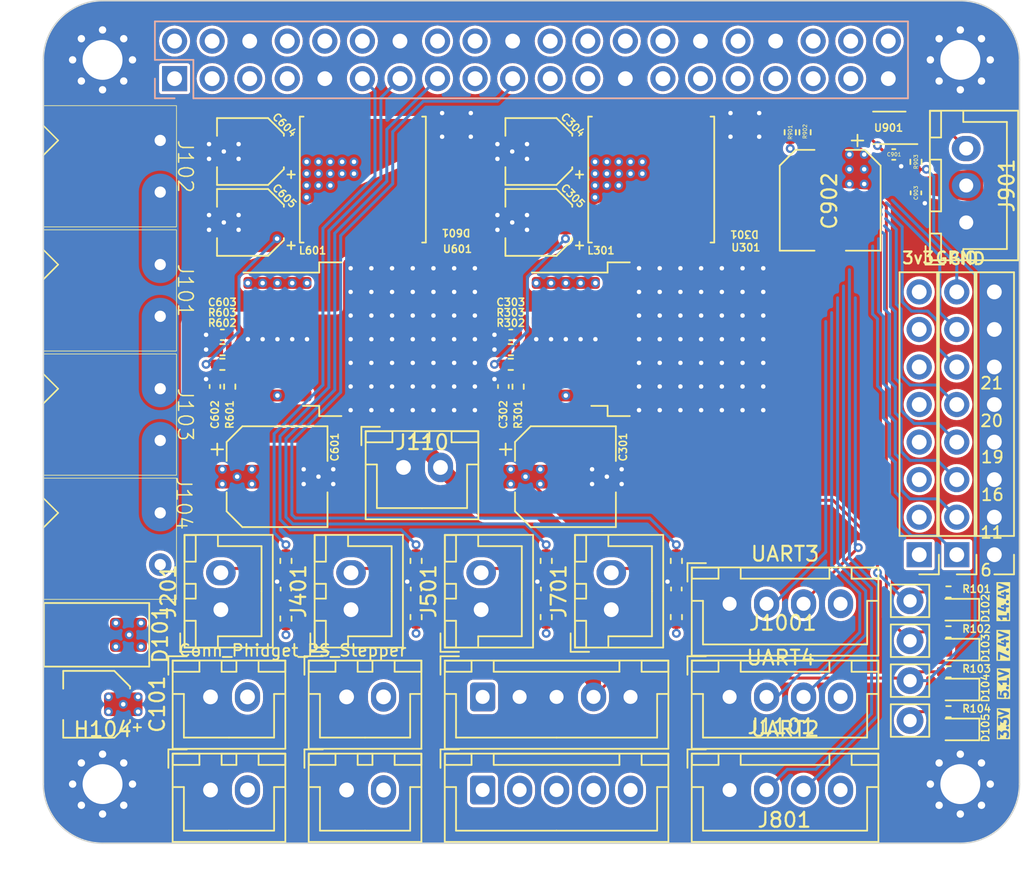
<source format=kicad_pcb>
(kicad_pcb (version 20221018) (generator pcbnew)
  (layers (0 "F.Cu" signal) (1 "In1.Cu" signal "In1.Cu - GND") (2 "In2.Cu" signal "In2.Cu - Power Supply") (31 "B.Cu" signal) (34 "B.Paste" user) (35 "F.Paste" user) (36 "B.SilkS" user "B.Silkscreen") (37 "F.SilkS" user "F.Silkscreen") (38 "B.Mask" user) (39 "F.Mask" user) (44 "Edge.Cuts" user))
  (property "Rbas" "2k8")
  (net 0 "")
  (net 1 "/FDC_2")
  (net 2 "GND")
  (net 3 "/FDC_3")
  (net 4 "/FDC_1")
  (net 5 "/FDC_4")
  (net 6 "+3.3V")
  (net 7 "7.4V")
  (net 8 "/GPIO2")
  (net 9 "/GPIO3")
  (net 10 "/GPIO6")
  (net 11 "/GPIO11")
  (net 12 "/GPIO16")
  (net 13 "/GPIO19")
  (net 14 "/GPIO20")
  (net 15 "/GPIO21")
  (net 16 "5.1V")
  (net 17 "/Uart3_TX")
  (net 18 "/Uart1_TX")
  (net 19 "/Uart1_RX")
  (net 20 "/UartTX_Enable")
  (net 21 "/S0_color_sensor")
  (net 22 "/S1_color_sensor")
  (net 23 "/Uart4_RX")
  (net 24 "/S2_color_sensor")
  (net 25 "/Uart4_TX")
  (net 26 "/S3_color_sensor")
  (net 27 "/Uart2_TX")
  (net 28 "/Uart2_RX")
  (net 29 "/Uart3_RX")
  (net 30 "/Uart5_TX")
  (net 31 "/Uart5_RX")
  (net 32 "/Out_color_sensor")
  (net 33 "14.4V")
  (net 34 "Net-(C302-Pad1)")
  (net 35 "Net-(U301-FB)")
  (net 36 "Net-(C602-Pad1)")
  (net 37 "Net-(U601-FB)")
  (net 38 "/XL_320_connector_and_buffer/DXL_Data")
  (net 39 "Net-(D102-A)")
  (net 40 "Net-(D103-A)")
  (net 41 "Net-(D104-A)")
  (net 42 "Net-(D105-A)")
  (net 43 "/BUCK_7.4V/voutbuck")
  (net 44 "/V_BAT")
  (net 45 "/BUCK_5.1V/voutbuck")
  (net 46 "Net-(J101-Pin_1)")
  (net 47 "Net-(J103-Pin_2)")
  (net 48 "Net-(J201-Pin_2)")
  (net 49 "Net-(J401-Pin_2)")
  (net 50 "Net-(J501-Pin_2)")
  (net 51 "Net-(J701-Pin_2)")
  (net 52 "/BUCK_7.4V/vc")
  (net 53 "/BUCK_5.1V/vc")
  (footprint "Capacitor_SMD:CP_Elec_6.3x7.7" (layer "F.Cu") (at 99.2 59.5 -90)
    (fp_text reference "C902")
    (fp_text value "100u")
  )
  (footprint "Capacitor_SMD:CP_Elec_4x5.4" (layer "F.Cu") (at 79.5 56.2 180)
    (fp_text reference "C304")
    (fp_text value "22u")
  )
  (footprint "custom:DST10100S" (layer "F.Cu") (at 73.93 56.3 90)
    (fp_text reference "D601")
    (fp_text value "D_Schottky")
  )
  (footprint "Resistor_SMD:R_0402_1005Metric" (layer "F.Cu") (at 97.5 54.9 -90)
    (fp_text reference "R902")
    (fp_text value "10k")
  )
  (footprint "custom:DST10100S" (layer "F.Cu") (at 93.43 56.3 90)
    (fp_text reference "D301")
    (fp_text value "D_Schottky")
  )
  (footprint "Package_SO:VSSOP-8_2.3x2mm_P0.5mm" (layer "F.Cu") (at 103.2 54.6 180)
    (fp_text reference "U901")
    (fp_text value "74LVC2G241")
  )
  (footprint "Resistor_SMD:R_0402_1005Metric" (layer "F.Cu") (at 88.8 87.7 90)
    (fp_text reference "R701" hide)
    (fp_text value "100k")
  )
  (footprint "Resistor_SMD:R_0402_1005Metric" (layer "F.Cu") (at 58.11 69.61 180)
    (fp_text reference "R603")
    (fp_text value "2k2")
  )
  (footprint "Resistor_SMD:R_0402_1005Metric" (layer "F.Cu") (at 77.61 69.61 180)
    (fp_text reference "R303")
    (fp_text value "2k2")
  )
  (footprint "MountingHole:MountingHole_2.7mm_M2.5_Pad_Via" (layer "F.Cu") (at 108 50)
    (fp_text reference "H102" hide)
    (fp_text value "MountingHole_Pad" hide)
  )
  (footprint "Connector_JST:JST_XH_B2B-XH-A_1x02_P2.50mm_Vertical" (layer "F.Cu") (at 57.3 99.4)
    (fp_text reference "J107" hide)
    (fp_text value "Conn_Phidget_PS_Stepper_2")
  )
  (footprint "LED_SMD:LED_0603_1608Metric" (layer "F.Cu") (at 107.8 95.3 180)
    (fp_text reference "D105")
    (fp_text value "LED")
  )
  (footprint "Capacitor_SMD:CP_Elec_4x5.4" (layer "F.Cu") (at 49.6 93.6 180)
    (fp_text reference "C101")
    (fp_text value "10u")
  )
  (footprint "Diode_SMD:D_SMB" (layer "F.Cu") (at 49.6 88.9 180)
    (fp_text reference "D101")
    (fp_text value "TVS 20.5V")
  )
  (footprint "Resistor_SMD:R_0402_1005Metric" (layer "F.Cu") (at 88.8 83.9 -90)
    (fp_text reference "R702" hide)
    (fp_text value "1k")
  )
  (footprint "Capacitor_SMD:C_0402_1005Metric" (layer "F.Cu") (at 57.6 72.1 90)
    (fp_text reference "C602")
    (fp_text value "10n")
  )
  (footprint "Connector_JST:JST_XH_B5B-XH-A_1x05_P2.50mm_Vertical" (layer "F.Cu") (at 75.7 93.1)
    (fp_text reference "J114" hide)
    (fp_text value "Conn_01x05")
  )
  (footprint "Connector_PinHeader_2.54mm:PinHeader_1x08_P2.54mm_Vertical" (layer "F.Cu") (at 110.3 83.48 180)
    (fp_text reference "J111" hide)
    (fp_text value "Conn_GND" hide)
  )
  (footprint "Resistor_SMD:R_0402_1005Metric" (layer "F.Cu") (at 62.4 83.9 -90)
    (fp_text reference "R202" hide)
    (fp_text value "1k")
  )
  (footprint "Connector_JST:JST_XH_B2B-XH-A_1x02_P2.50mm_Vertical" (layer "F.Cu") (at 66.5 93.1)
    (fp_text reference "J108" hide)
    (fp_text value "Conn_Phidget_PS_Stepper_3")
  )
  (footprint "Connector_Pin:Pin_D0.9mm_L10.0mm_W2.4mm_FlatFork" (layer "F.Cu") (at 104.6 94.7)
    (fp_text reference "TP104" hide)
    (fp_text value "3V3")
  )
  (footprint "LED_SMD:LED_0603_1608Metric" (layer "F.Cu") (at 107.8 92.6 180)
    (fp_text reference "D104")
    (fp_text value "LED")
  )
  (footprint "custom:691322110002" (layer "F.Cu") (at 53.9 65.6 -90)
    (fp_text reference "J101")
    (fp_text value "Bat 2")
  )
  (footprint "Inductor_SMD:L_Changjiang_FNR8065S" (layer "F.Cu") (at 67.6 58.1 90)
    (fp_text reference "L601")
    (fp_text value "22m")
  )
  (footprint "Resistor_SMD:R_0402_1005Metric" (layer "F.Cu") (at 80 87.7 90)
    (fp_text reference "R501" hide)
    (fp_text value "100k")
  )
  (footprint "Connector_JST:JST_XH_B5B-XH-A_1x05_P2.50mm_Vertical" (layer "F.Cu") (at 75.7 99.4)
    (fp_text reference "J115" hide)
    (fp_text value "Conn_01x05")
  )
  (footprint "Connector_JST:JST_XH_B2B-XH-A_1x02_P2.50mm_Vertical" (layer "F.Cu") (at 70.35 77.575)
    (fp_text reference "J110")
    (fp_text value "Conn_01x02")
  )
  (footprint "Resistor_SMD:R_0402_1005Metric" (layer "F.Cu") (at 71.2 87.7 90)
    (fp_text reference "R401" hide)
    (fp_text value "100k")
  )
  (footprint "Connector_JST:JST_XH_B4B-XH-A_1x04_P2.50mm_Vertical" (layer "F.Cu") (at 92.4 99.4)
    (fp_text reference "J801")
    (fp_text value "Conn_UART")
  )
  (footprint "Capacitor_SMD:C_0402_1005Metric" (layer "F.Cu") (at 77.1 72.1 90)
    (fp_text reference "C302")
    (fp_text value "10n")
  )
  (footprint "Connector_Pin:Pin_D0.9mm_L10.0mm_W2.4mm_FlatFork" (layer "F.Cu") (at 104.6 89.3)
    (fp_text reference "TP103" hide)
    (fp_text value "7.4V")
  )
  (footprint "Resistor_SMD:R_0402_1005Metric" (layer "F.Cu") (at 105 56.9 90)
    (fp_text reference "R903")
    (fp_text value "10k")
  )
  (footprint "Resistor_SMD:R_0402_1005Metric" (layer "F.Cu") (at 62.4 87.8 90)
    (fp_text reference "R201" hide)
    (fp_text value "100k")
  )
  (footprint "custom:691322110002" (layer "F.Cu") (at 53.9 82.4 -90)
    (fp_text reference "J104")
    (fp_text value "Switch")
  )
  (footprint "MountingHole:MountingHole_2.7mm_M2.5_Pad_Via" (layer "F.Cu") (at 50 99)
    (fp_text reference "H104")
    (fp_text value "MountingHole_Pad")
  )
  (footprint "Capacitor_SMD:CP_Elec_4x5.4" (layer "F.Cu") (at 79.5 61 180)
    (fp_text reference "C305")
    (fp_text value "22u")
  )
  (footprint "Capacitor_SMD:C_0402_1005Metric" (layer "F.Cu") (at 77.6 68.6 180)
    (fp_text reference "C303")
    (fp_text value "10n")
  )
  (footprint "Connector_JST:JST_XH_B4B-XH-A_1x04_P2.50mm_Vertical" (layer "F.Cu") (at 92.4 93.1)
    (fp_text reference "J1101")
    (fp_text value "Conn_UART")
  )
  (footprint "Inductor_SMD:L_Changjiang_FNR8065S" (layer "F.Cu") (at 87.1 58.1 90)
    (fp_text reference "L301")
    (fp_text value "22m")
  )
  (footprint "Resistor_SMD:R_0402_1005Metric" (layer "F.Cu") (at 80 83.9 -90)
    (fp_text reference "R502" hide)
    (fp_text value "1k")
  )
  (footprint "Capacitor_SMD:CP_Elec_6.3x7.7" (layer "F.Cu") (at 61.8 78.2)
    (fp_text reference "C601")
    (fp_text value "100u")
  )
  (footprint "Capacitor_SMD:C_0402_1005Metric" (layer "F.Cu") (at 58.1 68.6 180)
    (fp_text reference "C603")
    (fp_text value "10n")
  )
  (footprint "Connector_PinHeader_2.54mm:PinHeader_1x08_P2.54mm_Vertical" (layer "F.Cu") (at 105.22 83.48 180)
    (fp_text reference "J113" hide)
    (fp_text value "Conn_3.3V" hide)
  )
  (footprint "Package_TO_SOT_SMD:TO-263-7_TabPin4" (layer "F.Cu") (at 69.475 68.9)
    (fp_text reference "U601")
    (fp_text value "LT1076CR-PBF")
  )
  (footprint "Connector_JST:JST_XH_B3B-XH-A_1x03_P2.50mm_Vertical" (layer "F.Cu") (at 108.4 61 90)
    (fp_text reference "J901")
    (fp_text value "Conn_XL320")
  )
  (footprint "Resistor_SMD:R_0402_1005Metric" (layer "F.Cu") (at 107.2 91.4)
    (fp_text reference "R103")
    (fp_text value "1k")
  )
  (footprint "Resistor_SMD:R_0402_1005Metric" (layer "F.Cu") (at 77.6 70.6)
    (fp_text reference "R302")
    (fp_text value "2k87")
  )
  (footprint "MountingHole:MountingHole_2.7mm_M2.5_Pad_Via" (layer "F.Cu") (at 108 99)
    (fp_text reference "H103" hide)
    (fp_text value "MountingHole_Pad" hide)
  )
  (footprint "Connector_JST:JST_XH_B4B-XH-A_1x04_P2.50mm_Vertical" (layer "F.Cu") (at 92.4 86.8)
    (fp_text reference "J1001")
    (fp_text value "Conn_UART")
  )
  (footprint "Capacitor_SMD:C_0402_1005Metric" (layer "F.Cu") (at 105 59 -90)
    (fp_text reference "C903")
    (fp_text value "100n")
  )
  (footprint "Resistor_SMD:R_0402_1005Metric" (layer "F.Cu") (at 107.2 88.7)
    (fp_text reference "R102")
    (fp_text value "1k8")
  )
  (footprint "custom:691322110002" (layer "F.Cu") (at 53.9 74 -90)
    (fp_text reference "J103")
    (fp_text value "AU")
  )
  (footprint "custom:691322110002" (layer "F.Cu") (at 53.9 57.2 -90)
    (fp_text reference "J102")
    (fp_text value "Bat 1")
  )
  (footprint "Resistor_SMD:R_0402_1005Metric" (layer "F.Cu") (at 58.1 70.6)
    (fp_text reference "R602")
    (fp_text value "2k87")
  )
  (footprint "Capacitor_SMD:C_0402_1005Metric" (layer "F.Cu") (at 88.8 85.8 90)
    (fp_text reference "C701" hide)
    (fp_text value "100n")
  )
  (footprint "Resistor_SMD:R_0402_1005Metric" (layer "F.Cu") (at 78.1 72.11 -90)
    (fp_text reference "R301")
    (fp_text value "2.7k")
  )
  (footprint "Connector_JST:JST_XH_B2B-XH-A_1x02_P2.50mm_Vertical" (layer "F.Cu") (at 84.4 87.2 90)
    (fp_text reference "J701")
    (fp_text value "Conn_FDC")
  )
  (footprint "Capacitor_SMD:CP_Elec_4x5.4" (layer "F.Cu") (at 60 61 180)
    (fp_text reference "C605")
    (fp_text value "22u")
  )
  (footprint "Capacitor_SMD:CP_Elec_4x5.4" (layer "F.Cu") (at 60 56.2 180)
    (fp_text reference "C604")
    (fp_text value "22u")
  )
  (footprint "Resistor_SMD:R_0402_1005Metric" (layer "F.Cu") (at 58.6 72.11 -90)
    (fp_text reference "R601")
    (fp_text value "2.7k")
  )
  (footprint "Capacitor_SMD:C_0402_1005Metric" (layer "F.Cu") (at 62.4 85.8 90)
    (fp_text reference "C201" hide)
    (fp_text value "100n")
  )
  (footprint "LED_SMD:LED_0603_1608Metric" (layer "F.Cu") (at 107.7875 87.2 180)
    (fp_text reference "D102")
    (fp_text value "LED")
  )
  (footprint "Resistor_SMD:R_0402_1005Metric" (layer "F.Cu") (at 107.2 94.1)
    (fp_text reference "R104")
    (fp_text value "1k")
  )
  (footprint "Capacitor_SMD:C_0402_1005Metric" (layer "F.Cu") (at 71.2 85.8 90)
    (fp_text reference "C401" hide)
    (fp_text value "100n")
  )
  (footprint "Capacitor_SMD:CP_Elec_6.3x7.7" (layer "F.Cu") (at 81.3 78.2)
    (fp_text reference "C301")
    (fp_text value "100u")
  )
  (footprint "Package_TO_SOT_SMD:TO-263-7_TabPin4" (layer "F.Cu") (at 88.975 68.9)
    (fp_text reference "U301")
    (fp_text value "LT1076CR-PBF")
  )
  (footprint "LED_SMD:LED_0603_1608Metric" (layer "F.Cu") (at 107.8 89.9 180)
    (fp_text reference "D103")
    (fp_text value "LED")
  )
  (footprint "Connector_JST:JST_XH_B2B-XH-A_1x02_P2.50mm_Vertical" (layer "F.Cu") (at 75.6 87.2 90)
    (fp_text reference "J501")
    (fp_text value "Conn_FDC")
  )
  (footprint "Connector_Pin:Pin_D0.9mm_L10.0mm_W2.4mm_FlatFork" (layer "F.Cu") (at 104.6 92)
    (fp_text reference "TP102" hide)
    (fp_text value "5.1V")
  )
  (footprint "Capacitor_SMD:C_0402_1005Metric" (layer "F.Cu") (at 80 85.8 90)
    (fp_text reference "C501" hide)
    (fp_text value "100n")
  )
  (footprint "Capacitor_SMD:C_0402_1005Metric" (layer "F.Cu") (at 103.5 56.4)
    (fp_text reference "C901")
    (fp_text value "100n")
  )
  (footprint "Connector_Pin:Pin_D0.9mm_L10.0mm_W2.4mm_FlatFork" (layer "F.Cu") (at 104.6 86.6)
    (fp_text reference "TP101" hide)
    (fp_text value "TestPoint")
  )
  (footprint "Resistor_SMD:R_0402_1005Metric" (layer "F.Cu") (at 107.2 86)
    (fp_text reference "R101")
    (fp_text value "4k7")
  )
  (footprint "Connector_JST:JST_XH_B2B-XH-A_1x02_P2.50mm_Vertical" (layer "F.Cu") (at 58 87.2 90)
    (fp_text reference "J201")
    (fp_text value "Conn_FDC")
  )
  (footprint "Resistor_SMD:R_0402_1005Metric" (layer "F.Cu") (at 96.5 54.9 90)
    (fp_text reference "R901")
    (fp_text value "10k")
  )
  (footprint "Resistor_SMD:R_0402_1005Metric" (layer "F.Cu") (at 71.2 83.9 -90)
    (fp_text reference "R402" hide)
    (fp_text value "1k")
  )
  (footprint "Connector_PinHeader_2.54mm:PinHeader_1x08_P2.54mm_Vertical" (layer "F.Cu") (at 107.76 83.48 180)
    (fp_text reference "J112" hide)
    (fp_text value "Conn_GPIO_unused" hide)
  )
  (footprint "MountingHole:MountingHole_2.7mm_M2.5_Pad_Via" (layer "F.Cu") (at 50 50)
    (fp_text reference "H101" hide)
    (fp_text value "MountingHole_Pad" hide)
  )
  (footprint "Connector_JST:JST_XH_B2B-XH-A_1x02_P2.50mm_Vertical" (layer "F.Cu") (at 66.5 99.4)
    (fp_text reference "J109" hide)
    (fp_text value "Conn_Phidget_PS_Stepper_4")
  )
  (footprint "Connector_JST:JST_XH_B2B-XH-A_1x02_P2.50mm_Vertical" (layer "F.Cu") (at 57.3 93.1)
    (fp_text reference "J106" hide)
    (fp_text value "Conn_Phidget_PS_Stepper_1")
  )
  (footprint "Connector_JST:JST_XH_B2B-XH-A_1x02_P2.50mm_Vertical" (layer "F.Cu") (at 66.8 87.2 90)
    (fp_text reference "J401")
    (fp_text value "Conn_FDC")
  )
  (footprint "Connector_PinSocket_2.54mm:PinSocket_2x20_P2.54mm_Vertical" (layer "B.Cu") (at 54.87 51.27 -90)
    (fp_text reference "J105" hide)
    (fp_text value "Conn_RPI" hide)
  )
  (gr_arc (start 50 103) (mid 47.171573 101.828427) (end 46 99) (stroke (width 0.1)) (layer "Edge.Cuts"))
  (gr_arc (start 112 99) (mid 110.828427 101.828427) (end 108 103) (stroke (width 0.1)) (layer "Edge.Cuts"))
  (gr_line (start 112 50) (end 112 99) (stroke (width 0.1)) (layer "Edge.Cuts"))
  (gr_line (start 46 99) (end 46 50) (stroke (width 0.1)) (layer "Edge.Cuts"))
  (gr_line (start 50 46) (end 108 46) (stroke (width 0.1)) (layer "Edge.Cuts"))
  (gr_arc (start 108 46) (mid 110.828427 47.171573) (end 112 50) (stroke (width 0.1)) (layer "Edge.Cuts"))
  (gr_arc (start 46 50) (mid 47.171573 47.171573) (end 50 46) (stroke (width 0.1)) (layer "Edge.Cuts"))
  (gr_line (start 50 103) (end 108 103) (stroke (width 0.1)) (layer "Edge.Cuts"))
  (gr_text "Conn_Phidget_PS_Stepper" (at 55.075 90.425) (layer "F.SilkS") (effects (font (size 0.8 0.8) (thickness 0.125)) (justify left bottom)))
  (gr_text "6" (at 109.28 84.995) (layer "F.SilkS") (effects (font (size 0.8 0.8) (thickness 0.125)) (justify left bottom)))
  (gr_text "19" (at 109.33 77.345) (layer "F.SilkS") (effects (font (size 0.8 0.8) (thickness 0.125)) (justify left bottom)))
  (gr_text "7.4V" (at 111.3 90.7 90) (layer "F.SilkS" knockout) (effects (font (size 0.6 0.6) (thickness 0.15) bold) (justify left bottom)))
  (gr_text "20" (at 109.28 74.895) (layer "F.SilkS") (effects (font (size 0.8 0.8) (thickness 0.125)) (justify left bottom)))
  (gr_text "21" (at 109.28 72.345) (layer "F.SilkS") (effects (font (size 0.8 0.8) (thickness 0.125)) (justify left bottom)))
  (gr_text "3.3V" (at 111.3 96 90) (layer "F.SilkS" knockout) (effects (font (size 0.6 0.6) (thickness 0.15) bold) (justify left bottom)))
  (gr_text "11" (at 109.28 82.445) (layer "F.SilkS") (effects (font (size 0.8 0.8) (thickness 0.125)) (justify left bottom)))
  (gr_text "14.4V" (at 111.3 88.04 90) (layer "F.SilkS" knockout) (effects (font (size 0.6 0.6) (thickness 0.15) bold) (justify left bottom)))
  (gr_text "16" (at 109.33 79.895) (layer "F.SilkS") (effects (font (size 0.8 0.8) (thickness 0.125)) (justify left bottom)))
  (gr_text "5.1V" (at 111.3 93.3 90) (layer "F.SilkS" knockout) (effects (font (size 0.6 0.6) (thickness 0.15) bold) (justify left bottom)))
  (segment (start 71.9 85.7) (end 71.9 84.09) (width 0.2) (layer "F.Cu") (net 1))
  (segment (start 71.2 83.39) (end 71.2 82.8) (width 0.2) (layer "F.Cu") (net 1))
  (segment (start 71.2 86.28) (end 71.2 87.19) (width 0.2) (layer "F.Cu") (net 1))
  (segment (start 71.2 86.28) (end 71.32 86.28) (width 0.2) (layer "F.Cu") (net 1))
  (segment (start 71.32 86.28) (end 71.9 85.7) (width 0.2) (layer "F.Cu") (net 1))
  (segment (start 71.9 84.09) (end 71.2 83.39) (width 0.2) (layer "F.Cu") (net 1))
  (via (at 71.2 82.8) (size 0.6) (drill 0.3) (layers "F.Cu" "B.Cu") (net 1))
  (segment (start 62.7 81.8) (end 62 81.1) (width 0.2) (layer "B.Cu") (net 1))
  (segment (start 65.3 72.165685) (end 65.3 61.565686) (width 0.2) (layer "B.Cu") (net 1))
  (segment (start 70.2 81.8) (end 62.7 81.8) (width 0.2) (layer "B.Cu") (net 1))
  (segment (start 65.3 61.565686) (end 68.82 58.045686) (width 0.2) (layer "B.Cu") (net 1))
  (segment (start 62 81.1) (end 62 75.465686) (width 0.2) (layer "B.Cu") (net 1))
  (segment (start 68.82 52.56) (end 70.11 51.27) (width 0.2) (layer "B.Cu") (net 1))
  (segment (start 71.2 82.8) (end 70.2 81.8) (width 0.2) (layer "B.Cu") (net 1))
  (segment (start 68.82 58.045686) (end 68.82 52.56) (width 0.2) (layer "B.Cu") (net 1))
  (segment (start 62 75.465686) (end 65.3 72.165685) (width 0.2) (layer "B.Cu") (net 1))
  (segment (start 103.98 56.4) (end 103.98 57.18) (width 0.2) (layer "F.Cu") (net 2))
  (segment (start 77.1 71.62) (end 76.52 71.62) (width 0.2) (layer "F.Cu") (net 2))
  (segment (start 79.98 85.3) (end 80 85.32) (width 0.2) (layer "F.Cu") (net 2))
  (segment (start 71.18 85.3) (end 71.2 85.32) (width 0.2) (layer "F.Cu") (net 2))
  (segment (start 57.6 71.62) (end 57.02 71.62) (width 0.2) (layer "F.Cu") (net 2))
  (segment (start 70.6 85.3) (end 71.18 85.3) (width 0.2) (layer "F.Cu") (net 2))
  (segment (start 76.52 71.62) (end 76.5 71.6) (width 0.2) (layer "F.Cu") (net 2))
  (segment (start 57.01 69.61) (end 57 69.6) (width 0.2) (layer "F.Cu") (net 2))
  (segment (start 77.1 69.61) (end 76.51 69.61) (width 0.2) (layer "F.Cu") (net 2))
  (segment (start 76.51 69.61) (end 76.5 69.6) (width 0.2) (layer "F.Cu") (net 2))
  (segment (start 77.12 68.6) (end 76.5 68.6) (width 0.2) (layer "F.Cu") (net 2))
  (segment (start 62.38 85.3) (end 62.4 85.32) (width 0.2) (layer "F.Cu") (net 2))
  (segment (start 105.38 59.48) (end 105.6 59.7) (width 0.2) (layer "F.Cu") (net 2))
  (segment (start 57.62 68.6) (end 57 68.6) (width 0.2) (layer "F.Cu") (net 2))
  (segment (start 57.02 71.62) (end 57 71.6) (width 0.2) (layer "F.Cu") (net 2))
  (segment (start 88.78 85.3) (end 88.8 85.32) (width 0.2) (layer "F.Cu") (net 2))
  (segment (start 57.6 69.61) (end 57.01 69.61) (width 0.2) (layer "F.Cu") (net 2))
  (segment (start 79.4 85.3) (end 79.98 85.3) (width 0.2) (layer "F.Cu") (net 2))
  (segment (start 105 59.48) (end 105.38 59.48) (width 0.2) (layer "F.Cu") (net 2))
  (segment (start 61.8 85.3) (end 62.38 85.3) (width 0.2) (layer "F.Cu") (net 2))
  (segment (start 103.98 57.18) (end 104 57.2) (width 0.2) (layer "F.Cu") (net 2))
  (segment (start 88.2 85.3) (end 88.78 85.3) (width 0.2) (layer "F.Cu") (net 2))
  (via (at 63.825 68.9) (size 0.6) (drill 0.3) (layers "F.Cu" "B.Cu") (net 2))
  (via (at 90.475 64.1) (size 0.6) (drill 0.3) (layers "F.Cu" "B.Cu") (net 2))
  (via (at 88.2 85.3) (size 0.6) (drill 0.3) (layers "F.Cu" "B.Cu") (net 2))
  (via (at 78.7 60.5) (size 0.6) (drill 0.3) (layers "F.Cu" "B.Cu") (net 2))
  (via (at 91.875 73.7) (size 0.6) (drill 0.3) (layers "F.Cu" "B.Cu") (net 2))
  (via (at 94.675 72.1) (size 0.6) (drill 0.3) (layers "F.Cu" "B.Cu") (net 2))
  (via (at 68.175 64.1) (size 0.6) (drill 0.3) (layers "F.Cu" "B.Cu") (net 2))
  (via (at 94.675 64.1) (size 0.6) (drill 0.3) (layers "F.Cu" "B.Cu") (net 2))
  (via (at 62.825 68.9) (size 0.6) (drill 0.3) (layers "F.Cu" "B.Cu") (net 2))
  (via (at 93.275 65.7) (size 0.6) (drill 0.3) (layers "F.Cu" "B.Cu") (net 2))
  (via (at 73.775 73.7) (size 0.6) (drill 0.3) (layers "F.Cu" "B.Cu") (net 2))
  (via (at 69.575 68.9) (size 0.6) (drill 0.3) (layers "F.Cu" "B.Cu") (net 2))
  (via (at 90.475 73.7) (size 0.6) (drill 0.3) (layers "F.Cu" "B.Cu") (net 2))
  (via (at 68.175 65.7) (size 0.6) (drill 0.3) (layers "F.Cu" "B.Cu") (net 2))
  (via (at 70.975 70.5) (size 0.6) (drill 0.3) (layers "F.Cu" "B.Cu") (net 2))
  (via (at 78.7 56.7) (size 0.6) (drill 0.3) (layers "F.Cu" "B.Cu") (net 2))
  (via (at 59.2 60.5) (size 0.6) (drill 0.3) (layers "F.Cu" "B.Cu") (net 2))
  (via (at 70.975 67.3) (size 0.6) (drill 0.3) (layers "F.Cu" "B.Cu") (net 2))
  (via (at 76.5 69.6) (size 0.6) (drill 0.3) (layers "F.Cu" "B.Cu") (net 2))
  (via (at 75.175 73.7) (size 0.6) (drill 0.3) (layers "F.Cu" "B.Cu") (net 2))
  (via (at 76.7 55.7) (size 0.6) (drill 0.3) (layers "F.Cu" "B.Cu") (net 2))
  (via (at 66.775 68.9) (size 0.6) (drill 0.3) (layers "F.Cu" "B.Cu") (net 2))
  (via (at 69.575 70.5) (size 0.6) (drill 0.3) (layers "F.Cu" "B.Cu") (net 2))
  (via (at 66.775 64.1) (size 0.6) (drill 0.3) (layers "F.Cu" "B.Cu") (net 2))
  (via (at 85.1 78.7) (size 0.6) (drill 0.3) (layers "F.Cu" "B.Cu") (net 2))
  (via (at 59.2 61.5) (size 0.6) (drill 0.3) (layers "F.Cu" "B.Cu") (net 2))
  (via (at 74.9 55.2) (size 0.6) (drill 0.3) (layers "F.Cu" "B.Cu") (net 2))
  (via (at 83.325 68.9) (size 0.6) (drill 0.3) (layers "F.Cu" "B.Cu") (net 2))
  (via (at 58.2 56.2) (size 0.6) (drill 0.3) (layers "F.Cu" "B.Cu") (net 2))
  (via (at 73.775 68.9) (size 0.6) (drill 0.3) (layers "F.Cu" "B.Cu") (net 2))
  (via (at 87.675 65.7) (size 0.6) (drill 0.3) (layers "F.Cu" "B.Cu") (net 2))
  (via (at 87.675 64.1) (size 0.6) (drill 0.3) (layers "F.Cu" "B.Cu") (net 2))
  (via (at 70.6 85.3) (size 0.6) (drill 0.3) (layers "F.Cu" "B.Cu") (net 2))
  (via (at 74.9 53.6) (size 0.6) (drill 0.3) (layers "F.Cu" "B.Cu") (net 2))
  (via (at 59.2 56.7) (size 0.6) (drill 0.3) (layers "F.Cu" "B.Cu") (net 2))
  (via (at 70.975 68.9) (size 0.6) (drill 0.3) (layers "F.Cu" "B.Cu") (net 2))
  (via (at 105.6 59.7) (size 0.6) (drill 0.3) (layers "F.Cu" "B.Cu") (net 2))
  (via (at 83.1 78.7) (size 0.6) (drill 0.3) (layers "F.Cu" "B.Cu") (net 2))
  (via (at 90.475 67.3) (size 0.6) (drill 0.3) (layers "F.Cu" "B.Cu") (net 2))
  (via (at 91.875 64.1) (size 0.6) (drill 0.3) (layers "F.Cu" "B.Cu") (net 2))
  (via (at 94.675 68.9) (size 0.6) (drill 0.3) (layers "F.Cu" "B.Cu") (net 2))
  (via (at 80.325 68.9) (size 0.6) (drill 0.3) (layers "F.Cu" "B.Cu") (net 2))
  (via (at 75.175 67.3) (size 0.6) (drill 0.3) (layers "F.Cu" "B.Cu") (net 2))
  (via (at 68.175 67.3) (size 0.6) (drill 0.3) (layers "F.Cu" "B.Cu") (net 2))
  (via (at 72.375 67.3) (size 0.6) (drill 0.3) (layers "F.Cu" "B.Cu") (net 2))
  (via (at 75.175 68.9) (size 0.6) (drill 0.3) (layers "F.Cu" "B.Cu") (net 2))
  (via (at 70.975 64.1) (size 0.6) (drill 0.3) (layers "F.Cu" "B.Cu") (net 2))
  (via (at 91.875 68.9) (size 0.6) (drill 0.3) (layers "F.Cu" "B.Cu") (net 2))
  (via (at 89.075 72.1) (size 0.6) (drill 0.3) (layers "F.Cu" "B.Cu") (net 2))
  (via (at 87.675 68.9) (size 0.6) (drill 0.3) (layers "F.Cu" "B.Cu") (net 2))
  (via (at 94.675 65.7) (size 0.6) (drill 0.3) (layers "F.Cu" "B.Cu") (net 2))
  (via (at 72.375 73.7) (size 0.6) (drill 0.3) (layers "F.Cu" "B.Cu") (net 2))
  (via (at 75.175 65.7) (size 0.6) (drill 0.3) (layers "F.Cu" "B.Cu") (net 2))
  (via (at 87.675 72.1) (size 0.6) (drill 0.3) (layers "F.Cu" "B.Cu") (net 2))
  (via (at 75.175 64.1) (size 0.6) (drill 0.3) (layers "F.Cu" "B.Cu") (net 2))
  (via (at 76.5 68.6) (size 0.6) (drill 0.3) (layers "F.Cu" "B.Cu") (net 2))
  (via (at 93.275 70.5) (size 0.6) (drill 0.3) (layers "F.Cu" "B.Cu") (net 2))
  (via (at 57.2 55.7) (size 0.6) (drill 0.3) (layers "F.Cu" "B.Cu") (net 2))
  (via (at 87.675 70.5) (size 0.6) (drill 0.3) (layers "F.Cu" "B.Cu") (net 2))
  (via (at 86.275 67.3) (size 0.6) (drill 0.3) (layers "F.Cu" "B.Cu") (net 2))
  (via (at 76.7 56.7) (size 0.6) (drill 0.3) (layers "F.Cu" "B.Cu") (net 2))
  (via (at 73.775 64.1) (size 0.6) (drill 0.3) (layers "F.Cu" "B.Cu") (net 2))
  (via (at 72.375 68.9) (size 0.6) (drill 0.3) (layers "F.Cu" "B.Cu") (net 2))
  (via (at 57.2 61.5) (size 0.6) (drill 0.3) (layers "F.Cu" "B.Cu") (net 2))
  (via (at 87.675 67.3) (size 0.6) (drill 0.3) (layers "F.Cu" "B.Cu") (net 2))
  (via (at 66.775 72.1) (size 0.6) (drill 0.3) (layers "F.Cu" "B.Cu") (net 2))
  (via (at 89.075 73.7) (size 0.6) (drill 0.3) (layers "F.Cu" "B.Cu") (net 2))
  (via (at 94.675 67.3) (size 0.6) (drill 0.3) (layers "F.Cu" "B.Cu") (net 2))
  (via (at 69.575 72.1) (size 0.6) (drill 0.3) (layers "F.Cu" "B.Cu") (net 2))
  (via (at 91.875 65.7) (size 0.6) (drill 0.3) (layers "F.Cu" "B.Cu") (net 2))
  (via (at 65.6 78.7) (size 0.6) (drill 0.3) (layers "F.Cu" "B.Cu") (net 2))
  (via (at 70.975 72.1) (size 0.6) (drill 0.3) (layers "F.Cu" "B.Cu") (net 2))
  (via (at 93.275 72.1) (size 0.6) (drill 0.3) (layers "F.Cu" "B.Cu") (net 2))
  (via (at 94.4 55.2) (size 0.6) (drill 0.3) (layers "F.Cu" "B.Cu") (net 2))
  (via (at 72.96 53.6) (size 0.6) (drill 0.3) (layers "F.Cu" "B.Cu") (net 2))
  (via (at 93.275 73.7) (size 0.6) (drill 0.3) (layers "F.Cu" "B.Cu") (net 2))
  (via (at 85.1 77.7) (size 0.6) (drill 0.3) (layers "F.Cu" "B.Cu") (net 2))
  (via (at 57 69.6) (size 0.6) (drill 0.3) (layers "F.Cu" "B.Cu") (net 2))
  (via (at 90.475 72.1) (size 0.6) (drill 0.3) (layers "F.Cu" "B.Cu") (net 2))
  (via (at 90.475 70.5) (size 0.6) (drill 0.3) (layers "F.Cu" "B.Cu") (net 2))
  (via (at 89.075 70.5) (size 0.6) (drill 0.3) (layers "F.Cu" "B.Cu") (net 2))
  (via (at 94.4 53.6) (size 0.6) (drill 0.3) (layers "F.Cu" "B.Cu") (net 2))
  (via (at 91.875 72.1) (size 0.6) (drill 0.3) (layers "F.Cu" "B.Cu") (net 2))
  (via (at 68.175 68.9) (size 0.6) (drill 0.3) (layers "F.Cu" "B.Cu") (net 2))
  (via (at 76.5 71.6) (size 0.6) (drill 0.3) (layers "F.Cu" "B.Cu") (net 2))
  (via (at 90.475 68.9) (size 0.6) (drill 0.3) (layers "F.Cu" "B.Cu") (net 2))
  (via (at 69.575 73.7) (size 0.6) (drill 0.3) (layers "F.Cu" "B.Cu") (net 2))
  (via (at 75.175 70.5) (size 0.6) (drill 0.3) (layers "F.Cu" "B.Cu") (net 2))
  (via (at 86.275 65.7) (size 0.6) (drill 0.3) (layers "F.Cu" "B.Cu") (net 2))
  (via (at 69.575 65.7) (size 0.6) (drill 0.3) (layers "F.Cu" "B.Cu") (net 2))
  (via (at 59.825 68.9) (size 0.6) (drill 0.3) (layers "F.Cu" "B.Cu") (net 2))
  (via (at 72.96 55.2) (size 0.6) (drill 0.3) (layers "F.Cu" "B.Cu") (net 2))
  (via (at 73.775 70.5) (size 0.6) (drill 0.3) (layers "F.Cu" "B.Cu") (net 2))
  (via (at 83.1 77.7) (size 0.6) (drill 0.3) (layers "F.Cu" "B.Cu") (net 2))
  (via (at 69.575 67.3) (size 0.6) (drill 0.3) (layers "F.Cu" "B.Cu") (net 2))
  (via (at 68.175 73.7) (size 0.6) (drill 0.3) (layers "F.Cu" "B.Cu") (net 2))
  (via (at 73.775 72.1) (size 0.6) (drill 0.3) (layers "F.Cu" "B.Cu") (net 2))
  (via (at 63.6 77.7) (size 0.6) (drill 0.3) (layers "F.Cu" "B.Cu") (net 2))
  (via (at 78.7 61.5) (size 0.6) (drill 0.3) (layers "F.Cu" "B.Cu") (net 2))
  (via (at 66.775 65.7) (size 0.6) (drill 0.3) (layers "F.Cu" "B.Cu") (net 2))
  (via (at 86.275 64.1) (size 0.6) (drill 0.3) (layers "F.Cu" "B.Cu") (net 2))
  (via (at 94.675 70.5) (size 0.6) (drill 0.3) (layers "F.Cu" "B.Cu") (net 2))
  (via (at 66.775 67.3) (size 0.6) (drill 0.3) (layers "F.Cu" "B.Cu") (net 2))
  (via (at 79.325 68.9) (size 0.6) (drill 0.3) (layers "F.Cu" "B.Cu") (net 2))
  (via (at 60.825 68.9) (size 0.6) (drill 0.3) (layers "F.Cu" "B.Cu") (net 2))
  (via (at 72.375 65.7) (size 0.6) (drill 0.3) (layers "F.Cu" "B.Cu") (net 2))
  (via (at 77.7 61) (size 0.6) (drill 0.3) (layers "F.Cu" "B.Cu") (net 2))
  (via (at 104 57.2) (size 0.6) (drill 0.3) (layers "F.Cu" "B.Cu") (net 2))
  (via (at 64.6 78.2) (size 0.6) (drill 0.3) (layers "F.Cu" "B.Cu") (net 2))
  (via (at 78.7 55.7) (size 0.6) (drill 0.3) (layers "F.Cu" "B.Cu") (net 2))
  (via (at 93.275 67.3) (size 0.6) (drill 0.3) (layers "F.Cu" "B.Cu") (net 2))
  (via (at 63.6 78.7) (size 0.6) (drill 0.3) (layers "F.Cu" "B.Cu") (net 2))
  (via (at 70.975 73.7) (size 0.6) (drill 0.3) (layers "F.Cu" "B.Cu") (net 2))
  (via (at 94.675 73.7) (size 0.6) (drill 0.3) (layers "F.Cu" "B.Cu") (net 2))
  (via (at 89.075 64.1) (size 0.6) (drill 0.3) (layers "F.Cu" "B.Cu") (net 2))
  (via (at 57.2 56.7) (size 0.6) (drill 0.3) (layers "F.Cu" "B.Cu") (net 2))
  (via (at 70.975 65.7) (size 0.6) (drill 0.3) (layers "F.Cu" "B.Cu") (net 2))
  (via (at 57 68.6) (size 0.6) (drill 0.3) (layers "F.Cu" "B.Cu") (net 2))
  (via (at 73.775 65.7) (size 0.6) (drill 0.3) (layers "F.Cu" "B.Cu") (net 2))
  (via (at 93.275 68.9) (size 0.6) (drill 0.3) (layers "F.Cu" "B.Cu") (net 2))
  (via (at 81.325 68.9) (size 0.6) (drill 0.3) (layers "F.Cu" "B.Cu") (net 2))
  (via (at 91.875 70.5) (size 0.6) (drill 0.3) (layers "F.Cu" "B.Cu") (net 2))
  (via (at 72.375 70.5) (size 0.6) (drill 0.3) (layers "F.Cu" "B.Cu") (net 2))
  (via (at 79.4 85.3) (size 0.6) (drill 0.3) (layers "F.Cu" "B.Cu") (net 2))
  (via (at 93.275 64.1) (size 0.6) (drill 0.3) (layers "F.Cu" "B.Cu") (net 2))
  (via (at 72.375 64.1) (size 0.6) (drill 0.3) (layers "F.Cu" "B.Cu") (net 2))
  (via (at 86.275 70.5) (size 0.6) (drill 0.3) (layers "F.Cu" "B.Cu") (net 2))
  (via (at 66.775 70.5) (size 0.6) (drill 0.3) (layers "F.Cu" "B.Cu") (net 2))
  (via (at 76.7 60.5) (size 0.6) (drill 0.3) (layers "F.Cu" "B.Cu") (net 2))
  (via (at 66.775 73.7) (size 0.6) (drill 0.3) (layers "F.Cu" "B.Cu") (net 2))
  (via (at 89.075 67.3) (size 0.6) (drill 0.3) (layers "F.Cu" "B.Cu") (net 2))
  (via (at 87.675 73.7) (size 0.6) (drill 0.3) (layers "F.Cu" "B.Cu") (net 2))
  (via (at 82.325 68.9) (size 0.6) (drill 0.3) (layers "F.Cu" "B.Cu") (net 2))
  (via (at 91.875 67.3) (size 0.6) (drill 0.3) (layers "F.Cu" "B.Cu") (net 2))
  (via (at 76.7 61.5) (size 0.6) (drill 0.3) (layers "F.Cu" "B.Cu") (net 2))
  (via (at 92.46 53.6) (size 0.6) (drill 0.3) (layers "F.Cu" "B.Cu") (net 2))
  (via (at 72.375 72.1) (size 0.6) (drill 0.3) (layers "F.Cu" "B.Cu") (net 2))
  (via (at 58.2 61) (size 0.6) (drill 0.3) (layers "F.Cu" "B.Cu") (net 2))
  (via (at 90.475 65.7) (size 0.6) (drill 0.3) (layers "F.Cu" "B.Cu") (net 2))
  (via (at 57.2 60.5) (size 0.6) (drill 0.3) (layers "F.Cu" "B.Cu") (net 2))
  (via (at 69.575 64.1) (size 0.6) (drill 0.3) (layers "F.Cu" "B.Cu") (net 2))
  (via (at 59.2 55.7) (size 0.6) (drill 0.3) (layers "F.Cu" "B.Cu") (net 2))
  (via (at 68.175 72.1) (size 0.6) (drill 0.3) (layers "F.Cu" "B.Cu") (net 2))
  (via (at 61.825 68.9) (size 0.6) (drill 0.3) (layers "F.Cu" "B.Cu") (net 2))
  (via (at 86.275 73.7) (size 0.6) (drill 0.3) (layers "F.Cu" "B.Cu") (net 2))
  (via (at 84.1 78.2) (size 0.6) (drill 0.3) (layers "F.Cu" "B.Cu") (net 2))
  (via (at 86.275 68.9) (size 0.6) (drill 0.3) (layers "F.Cu" "B.Cu") (net 2))
  (via (at 89.075 68.9) (size 0.6) (drill 0.3) (layers "F.Cu" "B.Cu") (net 2))
  (via (at 57 71.6) (size 0.6) (drill 0.3) (layers "F.Cu" "B.Cu") (net 2))
  (via (at 68.175 70.5) (size 0.6) (drill 0.3) (layers "F.Cu" "B.Cu") (net 2))
  (via (at 89.075 65.7) (size 0.6) (drill 0.3) (layers "F.Cu" "B.Cu") (net 2))
  (via (at 73.775 67.3) (size 0.6) (drill 0.3) (layers "F.Cu" "B.Cu") (net 2))
  (via (at 75.175 72.1) (size 0.6) (drill 0.3) (layers "F.Cu" "B.Cu") (net 2))
  (via (at 86.275 72.1) (size 0.6) (drill 0.3) (layers "F.Cu" "B.Cu") (net 2))
  (via (at 65.6 77.7) (size 0.6) (drill 0.3) (layers "F.Cu" "B.Cu") (net 2))
  (via (at 77.7 56.2) (size 0.6) (drill 0.3) (layers "F.Cu" "B.Cu") (net 2))
  (via (at 61.8 85.3) (size 0.6) (drill 0.3) (layers "F.Cu" "B.Cu") (net 2))
  (via (at 92.46 55.2) (size 0.6) (drill 0.3) (layers "F.Cu" "B.Cu") (net 2))
  (segment (start 80.7 84.09) (end 80 83.39) (width 0.2) (layer "F.Cu") (net 3))
  (segment (start 80.12 86.28) (end 80.7 85.7) (width 0.2) (layer "F.Cu") (net 3))
  (segment (start 80 83.39) (end 80 82.8) (width 0.2) (layer "F.Cu") (net 3))
  (segment (start 80.7 85.7) (end 80.7 84.09) (width 0.2) (layer "F.Cu") (net 3))
  (segment (start 80 86.28) (end 80 87.19) (width 0.2) (layer "F.Cu") (net 3))
  (segment (start 80 86.28) (end 80.12 86.28) (width 0.2) (layer "F.Cu") (net 3))
  (via (at 80 82.8) (size 0.6) (drill 0.3) (layers "F.Cu" "B.Cu") (net 3))
  (segment (start 65.7 72.331371) (end 62.4 75.631372) (width 0.2) (layer "B.Cu") (net 3))
  (segment (start 62.865686 81.4) (end 78.6 81.4) (width 0.2) (layer "B.Cu") (net 3))
  (segment (start 69.22 54.7) (end 69.22 58.211372) (width 0.2) (layer "B.Cu") (net 3))
  (segment (start 69.22 58.211372) (end 65.7 61.731372) (width 0.2) (layer "B.Cu") (net 3))
  (segment (start 62.4 80.934314) (end 62.865686 81.4) (width 0.2) (layer "B.Cu") (net 3))
  (segment (start 72.65 51.27) (end 69.22 54.7) (width 0.2) (layer "B.Cu") (net 3))
  (segment (start 78.6 81.4) (end 80 82.8) (width 0.2) (layer "B.Cu") (net 3))
  (segment (start 65.7 61.731372) (end 65.7 72.331371) (width 0.2) (layer "B.Cu") (net 3))
  (segment (start 62.4 75.631372) (end 62.4 80.934314) (width 0.2) (layer "B.Cu") (net 3))
  (segment (start 62.4 86.28) (end 62.4 87.29) (width 0.2) (layer "F.Cu") (net 4))
  (segment (start 63.1 85.7) (end 63.1 84.09) (width 0.2) (layer "F.Cu") (net 4))
  (segment (start 62.52 86.28) (end 63.1 85.7) (width 0.2) (layer "F.Cu") (net 4))
  (segment (start 62.4 83.39) (end 62.4 82.8) (width 0.2) (layer "F.Cu") (net 4))
  (segment (start 63.1 84.09) (end 62.4 83.39) (width 0.2) (layer "F.Cu") (net 4))
  (segment (start 62.4 86.28) (end 62.52 86.28) (width 0.2) (layer "F.Cu") (net 4))
  (via (at 62.4 82.8) (size 0.6) (drill 0.3) (layers "F.Cu" "B.Cu") (net 4))
  (segment (start 68.42 52.12) (end 67.57 51.27) (width 0.2) (layer "B.Cu") (net 4))
  (segment (start 68.42 57.88) (end 68.42 52.12) (width 0.2) (layer "B.Cu") (net 4))
  (segment (start 64.9 61.4) (end 68.42 57.88) (width 0.2) (layer "B.Cu") (net 4))
  (segment (start 61.6 75.3) (end 64.9 72) (width 0.2) (layer "B.Cu") (net 4))
  (segment (start 61.6 82) (end 61.6 75.3) (width 0.2) (layer "B.Cu") (net 4))
  (segment (start 62.4 82.8) (end 61.6 82) (width 0.2) (layer "B.Cu") (net 4))
  (segment (start 64.9 72) (end 64.9 61.4) (width 0.2) (layer "B.Cu") (net 4))
  (segment (start 89.5 84.09) (end 88.8 83.39) (width 0.2) (layer "F.Cu") (net 5))
  (segment (start 88.8 86.28) (end 88.8 87.19) (width 0.2) (layer "F.Cu") (net 5))
  (segment (start 88.8 83.39) (end 88.8 82.8) (width 0.2) (layer "F.Cu") (net 5))
  (segment (start 88.8 86.28) (end 88.92 86.28) (width 0.2) (layer "F.Cu") (net 5))
  (segment (start 88.92 86.28) (end 89.5 85.7) (width 0.2) (layer "F.Cu") (net 5))
  (segment (start 89.5 85.7) (end 89.5 84.09) (width 0.2) (layer "F.Cu") (net 5))
  (via (at 88.8 82.8) (size 0.6) (drill 0.3) (layers "F.Cu" "B.Cu") (net 5))
  (segment (start 76.7 52.8) (end 77.73 51.77) (width 0.2) (layer "B.Cu") (net 5))
  (segment (start 63.031372 81) (end 62.8 80.768628) (width 0.2) (layer "B.Cu") (net 5))
  (segment (start 69.62 58.377058) (end 69.62 54.865686) (width 0.2) (layer "B.Cu") (net 5))
  (segment (start 62.8 75.797058) (end 63.698529 74.898529) (width 0.2) (layer "B.Cu") (net 5))
  (segment (start 87 81) (end 78.2 81) (width 0.2) (layer "B.Cu") (net 5))
  (segment (start 62.8 80.768628) (end 62.8 78.9) (width 0.2) (layer "B.Cu") (net 5))
  (segment (start 65.348529 73.248528) (end 66.1 72.497056) (width 0.2) (layer "B.Cu") (net 5))
  (segment (start 88.8 82.8) (end 87 81) (width 0.2) (layer "B.Cu") (net 5))
  (segment (start 66.1 72.497056) (end 66.1 61.897058) (width 0.2) (layer "B.Cu") (net 5))
  (segment (start 77.73 51.77) (end 77.73 51.27) (width 0.2) (layer "B.Cu") (net 5))
  (segment (start 63.1 81) (end 63.031372 81) (width 0.2) (layer "B.Cu") (net 5))
  (segment (start 78.2 81) (end 63.4 81) (width 0.2) (layer "B.Cu") (net 5))
  (segment (start 65.348529 73.248528) (end 65.398529 73.198528) (width 0.2) (layer "B.Cu") (net 5))
  (segment (start 62.8 78.9) (end 62.8 75.797058) (width 0.2) (layer "B.Cu") (net 5))
  (segment (start 71.685686 52.8) (end 76.7 52.8) (width 0.2) (layer "B.Cu") (net 5))
  (segment (start 66.1 61.897058) (end 69.62 58.377058) (width 0.2) (layer "B.Cu") (net 5))
  (segment (start 63.698529 74.898529) (end 65.348529 73.248528) (width 0.2) (layer "B.Cu") (net 5))
  (segment (start 69.62 54.865686) (end 71.685686 52.8) (width 0.2) (layer "B.Cu") (net 5))
  (segment (start 63.4 81) (end 63.1 81) (width 0.2) (layer "B.Cu") (net 5))
  (segment (start 105.2 94.1) (end 104.6 94.7) (width 0.2) (layer "F.Cu") (net 6))
  (segment (start 71.2 88.21) (end 71.2 88.8) (width 0.2) (layer "F.Cu") (net 6))
  (segment (start 102.4 55.78) (end 102.4 55.8) (width 0.2) (layer "F.Cu") (net 6))
  (segment (start 88.8 88.21) (end 88.8 88.8) (width 0.2) (layer "F.Cu") (net 6))
  (segment (start 62.4 88.31) (end 62.4 88.9) (width 0.2) (layer "F.Cu") (net 6))
  (segment (start 101.97 55.35) (end 102.4 55.78) (width 0.2) (layer "F.Cu") (net 6))
  (segment (start 96.5 55.41) (end 96.5 56) (width 0.2) (layer "F.Cu") (net 6))
  (segment (start 102.4 55.8) (end 102.42 55.8) (width 0.2) (layer "F.Cu") (net 6))
  (segment (start 101.65 55.35) (end 101.97 55.35) (width 0.2) (layer "F.Cu") (net 6))
  (segment (start 106.69 94.1) (end 105.2 94.1) (width 0.2) (layer "F.Cu") (net 6))
  (segment (start 80 88.21) (end 80 88.8) (width 0.2) (layer "F.Cu") (net 6))
  (segment (start 102.42 55.8) (end 103.02 56.4) (width 0.2) (layer "F.Cu") (net 6))
  (via (at 88.8 88.8) (size 0.6) (drill 0.3) (layers "F.Cu" "B.Cu") (net 6))
  (via (at 71.2 88.8) (size 0.6) (drill 0.3) (layers "F.Cu" "B.Cu") (net 6))
  (via (at 80 88.8) (size 0.6) (drill 0.3) (layers "F.Cu" "B.Cu") (net 6))
  (via (at 62.4 88.9) (size 0.6) (drill 0.3) (layers "F.Cu" "B.Cu") (net 6))
  (via (at 102.4 55.8) (size 0.6) (drill 0.3) (layers "F.Cu" "B.Cu") (net 6))
  (via (at 96.5 56) (size 0.6) (drill 0.3) (layers "F.Cu" "B.Cu") (net 6))
  (segment (start 103 59.9) (end 101.5 58.4) (width 0.2) (layer "F.Cu") (net 7))
  (segment (start 104.6 89.3) (end 103 87.7) (width 0.2) (layer "F.Cu") (net 7))
  (segment (start 77.09 70.6) (end 76.5 70.6) (width 0.2) (layer "F.Cu") (net 7))
  (segment (start 106.69 88.7) (end 105.2 88.7) (width 0.2) (layer "F.Cu") (net 7))
  (segment (start 108.38 58.52) (end 108.4 58.5) (width 0.2) (layer "F.Cu") (net 7))
  (segment (start 103 87.7) (end 103 59.9) (width 0.2) (layer "F.Cu") (net 7))
  (segment (start 81.3 62.1) (end 81.3 61) (width 0.2) (layer "F.Cu") (net 7))
  (segment (start 105.2 88.7) (end 104.6 89.3) (width 0.2) (layer "F.Cu") (net 7))
  (via (at 85.7 56.9) (size 0.6) (drill 0.3) (layers "F.Cu" "B.Cu") (net 7))
  (via (at 101.5 56.4) (size 0.6) (drill 0.3) (layers "F.Cu" "B.Cu") (net 7))
  (via (at 83.3 56.9) (size 0.6) (drill 0.3) (layers "F.Cu" "B.Cu") (net 7))
  (via (at 84.9 57.7) (size 0.6) (drill 0.3) (layers "F.Cu" "B.Cu") (net 7))
  (via (at 84.9 56.9) (size 0.6) (drill 0.3) (layers "F.Cu" "B.Cu") (net 7))
  (via (at 84.1 58.5) (size 0.6) (drill 0.3) (layers "F.Cu" "B.Cu") (net 7))
  (via (at 85.7 57.7) (size 0.6) (drill 0.3) (layers "F.Cu" "B.Cu") (net 7))
  (via (at 84.9 58.5) (size 0.6) (drill 0.3) (layers "F.Cu" "B.Cu") (net 7))
  (via (at 100.5 57.4) (size 0.6) (drill 0.3) (layers "F.Cu" "B.Cu") (net 7))
  (via (at 83.3 58.5) (size 0.6) (drill 0.3) (layers "F.Cu" "B.Cu") (net 7))
  (via (at 84.1 56.9) (size 0.6) (drill 0.3) (layers "F.Cu" "B.Cu") (net 7))
  (via (at 86.5 57.7) (size 0.6) (drill 0.3) (layers "F.Cu" "B.Cu") (net 7))
  (via (at 100.5 58.4) (size 0.6) (drill 0.3) (layers "F.Cu" "B.Cu") (net 7))
  (via (at 101.5 58.4) (size 0.6) (drill 0.3) (layers "F.Cu" "B.Cu") (net 7))
  (via (at 83.3 57.7) (size 0.6) (drill 0.3) (layers "F.Cu" "B.Cu") (net 7))
  (via (at 76.5 70.6) (size 0.6) (drill 0.3) (layers "F.Cu" "B.Cu") (net 7))
  (via (at 86.5 56.9) (size 0.6) (drill 0.3) (layers "F.Cu" "B.Cu") (net 7))
  (via (at 100.5 56.4) (size 0.6) (drill 0.3) (layers "F.Cu" "B.Cu") (net 7))
  (via (at 83.3 59.3) (size 0.6) (drill 0.3) (layers "F.Cu" "B.Cu") (net 7))
  (via (at 84.1 57.7) (size 0.6) (drill 0.3) (layers "F.Cu" "B.Cu") (net 7))
  (via (at 81.3 62.1) (size 0.6) (drill 0.3) (layers "F.Cu" "B.Cu") (net 7))
  (via (at 101.5 57.4) (size 0.6) (drill 0.3) (layers "F.Cu" "B.Cu") (net 7))
  (segment (start 78.725 68.375) (end 76.5 70.6) (width 0.2) (layer "B.Cu") (net 7))
  (segment (start 81.3 62.1) (end 78.725 64.675) (width 0.2) (layer "B.Cu") (net 7))
  (segment (start 78.725 64.675) (end 78.725 68.375) (width 0.2) (layer "B.Cu") (net 7))
  (segment (start 107.76 83.48) (end 106.48 82.2) (width 0.2) (layer "B.Cu") (net 8))
  (segment (start 103.6 77.23137) (end 103.2 76.83137) (width 0.2) (layer "B.Cu") (net 8))
  (segment (start 103.2 76.83137) (end 103.2 74.623402) (width 0.2) (layer "B.Cu") (net 8))
  (segment (start 102.4 72.06274) (end 102.4 67.528425) (width 0.2) (layer "B.Cu") (net 8))
  (segment (start 102.8 72.462741) (end 102.4 72.06274) (width 0.2) (layer "B.Cu") (net 8))
  (segment (start 104 81.5) (end 104 79.665686) (width 0.2) (layer "B.Cu") (net 8))
  (segment (start 103.6 79.265685) (end 103.6 77.23137) (width 0.2) (layer "B.Cu") (net 8))
  (segment (start 102.4 67.528425) (end 102.07 67.198425) (width 0.2) (layer "B.Cu") (net 8))
  (segment (start 104.7 82.2) (end 104 81.5) (width 0.2) (layer "B.Cu") (net 8))
  (segment (start 106.48 82.2) (end 104.7 82.2) (width 0.2) (layer "B.Cu") (net 8))
  (segment (start 103.2 74.623402) (end 102.8 74.223401) (width 0.2) (layer "B.Cu") (net 8))
  (segment (start 102.8 74.223401) (end 102.8 72.462741) (width 0.2) (layer "B.Cu") (net 8))
  (segment (start 102.07 67.198425) (end 102.07 62.6) (width 0.2) (layer "B.Cu") (net 8))
  (segment (start 104 79.665686) (end 103.6 79.265685) (width 0.2) (layer "B.Cu") (net 8))
  (segment (start 103.6 74.457716) (end 103.2 74.057716) (width 0.2) (layer "B.Cu") (net 9))
  (segment (start 106.52 79.7) (end 104.6 79.7) (width 0.2) (layer "B.Cu") (net 9))
  (segment (start 104.6 79.7) (end 104 79.1) (width 0.2) (layer "B.Cu") (net 9))
  (segment (start 107.76 80.94) (end 106.52 79.7) (width 0.2) (layer "B.Cu") (net 9))
  (segment (start 102.8 71.897055) (end 102.8 67.36274) (width 0.2) (layer "B.Cu") (net 9))
  (segment (start 103.2 72.297055) (end 102.8 71.897055) (width 0.2) (layer "B.Cu") (net 9))
  (segment (start 104 77.065686) (end 103.6 76.665685) (width 0.2) (layer "B.Cu") (net 9))
  (segment (start 104 79.1) (end 104 77.065686) (width 0.2) (layer "B.Cu") (net 9))
  (segment (start 102.47 67.03274) (end 102.47 62.1) (width 0.2) (layer "B.Cu") (net 9))
  (segment (start 103.6 76.665685) (end 103.6 74.457716) (width 0.2) (layer "B.Cu") (net 9))
  (segment (start 103.2 74.057716) (end 103.2 72.297055) (width 0.2) (layer "B.Cu") (net 9))
  (segment (start 102.8 67.36274) (end 102.47 67.03274) (width 0.2) (layer "B.Cu") (net 9))
  (segment (start 106.46 77.1) (end 104.6 77.1) (width 0.2) (layer "B.Cu") (net 10))
  (segment (start 104 74.292032) (end 103.6 73.892031) (width 0.2) (layer "B.Cu") (net 10))
  (segment (start 104 76.5) (end 104 74.292032) (width 0.2) (layer "B.Cu") (net 10))
  (segment (start 102.87 66.867055) (end 102.87 61.79843) (width 0.2) (layer "B.Cu") (net 10))
  (segment (start 103.2 71.73137) (end 103.2 67.197055) (width 0.2) (layer "B.Cu") (net 10))
  (segment (start 104.6 77.1) (end 104 76.5) (width 0.2) (layer "B.Cu") (net 10))
  (segment (start 103.2 67.197055) (end 102.87 66.867055) (width 0.2) (layer "B.Cu") (net 10))
  (segment (start 107.76 78.4) (end 106.46 77.1) (width 0.2) (layer "B.Cu") (net 10))
  (segment (start 103.6 72.13137) (end 103.2 71.73137) (width 0.2) (layer "B.Cu") (net 10))
  (segment (start 102.87 61.79843) (end 102.735785 61.664215) (width 0.2) (layer "B.Cu") (net 10))
  (segment (start 103.6 73.892031) (end 103.6 72.13137) (width 0.2) (layer "B.Cu") (net 10))
  (segment (start 104 73.726346) (end 104 71.965686) (width 0.2) (layer "B.Cu") (net 11))
  (segment (start 107.76 75.86) (end 106.5 74.6) (width 0.2) (layer "B.Cu") (net 11))
  (segment (start 104 71.965686) (end 103.6 71.565685) (width 0.2) (layer "B.Cu") (net 11))
  (segment (start 103.6 67.03137) (end 103.27 66.70137) (width 0.2) (layer "B.Cu") (net 11))
  (segment (start 106.5 74.6) (end 104.873654 74.6) (width 0.2) (layer "B.Cu") (net 11))
  (segment (start 104.873654 74.6) (end 104 73.726346) (width 0.2) (layer "B.Cu") (net 11))
  (segment (start 103.6 71.565685) (end 103.6 67.03137) (width 0.2) (layer "B.Cu") (net 11))
  (segment (start 103.27 61.632744) (end 102.868628 61.231372) (width 0.2) (layer "B.Cu") (net 11))
  (segment (start 103.27 66.70137) (end 103.27 61.632744) (width 0.2) (layer "B.Cu") (net 11))
  (segment (start 106.4 72) (end 104.6 72) (width 0.2) (layer "B.Cu") (net 12))
  (segment (start 103.67 66.535685) (end 103.67 61.467058) (width 0.2) (layer "B.Cu") (net 12))
  (segment (start 104 71.4) (end 104 66.865686) (width 0.2) (layer "B.Cu") (net 12))
  (segment (start 107.72 73.32) (end 106.4 72) (width 0.2) (layer "B.Cu") (net 12))
  (segment (start 103.67 61.467058) (end 102.951471 60.748529) (width 0.2) (layer "B.Cu") (net 12))
  (segment (start 107.76 73.32) (end 107.72 73.32) (width 0.2) (layer "B.Cu") (net 12))
  (segment (start 104.6 72) (end 104 71.4) (width 0.2) (layer "B.Cu") (net 12))
  (segment (start 104 66.865686) (end 103.67 66.535685) (width 0.2) (layer "B.Cu") (net 12))
  (segment (start 102.984314 60.215686) (end 104.07 61.301372) (width 0.2) (layer "B.Cu") (net 13))
  (segment (start 104.07 61.301372) (end 104.07 66.37) (width 0.2) (layer "B.Cu") (net 13))
  (segment (start 104.7 67) (end 105.8 67) (width 0.2) (layer "B.Cu") (net 13))
  (segment (start 106.5 69.52) (end 107.76 70.78) (width 0.2) (layer "B.Cu") (net 13))
  (segment (start 105.8 67) (end 106.5 67.7) (width 0.2) (layer "B.Cu") (net 13))
  (segment (start 104.07 66.37) (end 104.7 67) (width 0.2) (layer "B.Cu") (net 13))
  (segment (start 106.5 67.7) (end 106.5 69.52) (width 0.2) (layer "B.Cu") (net 13))
  (segment (start 106.61 67.09) (end 107.76 68.24) (width 0.2) (layer "B.Cu") (net 14))
  (segment (start 106.61 64.61) (end 106.61 67.09) (width 0.2) (layer "B.Cu") (net 14))
  (segment (start 106.61 63.275686) (end 103 59.665686) (width 0.2) (layer "B.Cu") (net 14))
  (segment (start 106.6 64.6) (end 106.61 64.61) (width 0.2) (layer "B.Cu") (net 14))
  (segment (start 106.61 64.61) (end 106.61 63.275686) (width 0.2) (layer "B.Cu") (net 14))
  (segment (start 107.76 63.86) (end 103.4 59.5) (width 0.2) (layer "B.Cu") (net 15))
  (segment (start 107.76 65.7) (end 107.76 63.86) (width 0.2) (layer "B.Cu") (net 15))
  (segment (start 105 57.41) (end 105.69 57.41) (width 0.2) (layer "F.Cu") (net 16))
  (segment (start 75.875 80.6) (end 79.6 80.6) (width 1) (layer "F.Cu") (net 16))
  (segment (start 61.8 62.1) (end 61.8 61) (width 1) (layer "F.Cu") (net 16))
  (segment (start 70.87543 75.4) (end 72.85 77.37457) (width 1) (layer "F.Cu") (net 16))
  (segment (start 57.5 75.4) (end 70.87543 75.4) (width 1) (layer "F.Cu") (net 16))
  (segment (start 79.6 80.6) (end 81.8 82.8) (width 1) (layer "F.Cu") (net 16))
  (segment (start 81.8 90.6) (end 83.2 92) (width 1) (layer "F.Cu") (net 16))
  (segment (start 106.69 91.4) (end 105.2 91.4) (width 0.2) (layer "F.Cu") (net 16))
  (segment (start 72.85 77.575) (end 75.875 80.6) (width 1) (layer "F.Cu") (net 16))
  (segment (start 61.4 62.5) (end 61.8 62.1) (width 1) (layer "F.Cu") (net 16))
  (segment (start 84.475 91.825) (end 83.2 93.1) (width 0.2) (layer "F.Cu") (net 16))
  (segment (start 58 65.9) (end 56 67.9) (width 1) (layer "F.Cu") (net 16))
  (segment (start 59.2 62.5) (end 58 63.7) (width 1) (layer "F.Cu") (net 16))
  (segment (start 72.85 77.37457) (end 72.85 77.575) (width 1) (layer "F.Cu") (net 16))
  (segment (start 105.69 57.41) (end 105.7 57.4) (width 0.2) (layer "F.Cu") (net 16))
  (segment (start 104.6 92) (end 104.425 91.825) (width 0.2) (layer "F.Cu") (net 16))
  (segment (start 56 67.9) (end 56 73.9) (width 1) (layer "F.Cu") (net 16))
  (segment (start 83.2 92) (end 83.2 93.1) (width 1) (layer "F.Cu") (net 16))
  (segment (start 104.425 91.825) (end 84.475 91.825) (width 0.2) (layer "F.Cu") (net 16))
  (segment (start 61.4 62.5) (end 59.2 62.5) (width 1) (layer "F.Cu") (net 16))
  (segment (start 105.2 91.4) (end 104.6 92) (width 0.2) (layer "F.Cu") (net 16))
  (segment (start 57.59 70.6) (end 57 70.6) (width 0.2) (layer "F.Cu") (net 16))
  (segment (start 56 73.9) (end 57.5 75.4) (width 1) (layer "F.Cu") (net 16))
  (segment (start 81.8 82.8) (end 81.8 90.6) (width 1) (layer "F.Cu") (net 16))
  (segment (start 58 63.7) (end 58 65.9) (width 1) (layer "F.Cu") (net 16))
  (via (at 61.8 62.1) (size 0.6) (drill 0.3) (layers "F.Cu" "B.Cu") (net 16))
  (via (at 65.4 58.5) (size 0.6) (drill 0.3) (layers "F.Cu" "B.Cu") (net 16))
  (via (at 63.8 56.9) (size 0.6) (drill 0.3) (layers "F.Cu" "B.Cu") (net 16))
  (via (at 63.8 57.7) (size 0.6) (drill 0.3) (layers "F.Cu" "B.Cu") (net 16))
  (via (at 64.6 58.5) (size 0.6) (drill 0.3) (layers "F.Cu" "B.Cu") (net 16))
  (via (at 66.2 56.9) (size 0.6) (drill 0.3) (layers "F.Cu" "B.Cu") (net 16))
  (via (at 57 70.6) (size 0.6) (drill 0.3) (layers "F.Cu" "B.Cu") (net 16))
  (via (at 64.6 56.9) (size 0.6) (drill 0.3) (layers "F.Cu" "B.Cu") (net 16))
  (via (at 66.2 57.7) (size 0.6) (drill 0.3) (layers "F.Cu" "B.Cu") (net 16))
  (via (at 63.8 59.3) (size 0.6) (drill 0.3) (layers "F.Cu" "B.Cu") (net 16))
  (via (at 67 57.7) (size 0.6) (drill 0.3) (layers "F.Cu" "B.Cu") (net 16))
  (via (at 65.4 56.9) (size 0.6) (drill 0.3) (layers "F.Cu" "B.Cu") (net 16))
  (via (at 64.6 57.7) (size 0.6) (drill 0.3) (layers "F.Cu" "B.Cu") (net 16))
  (via (at 67 56.9) (size 0.6) (drill 0.3) (layers "F.Cu" "B.Cu") (net 16))
  (via (at 65.4 57.7) (size 0.6) (drill 0.3) (layers "F.Cu" "B.Cu") (net 16))
  (via (at 63.8 58.5) (size 0.6) (drill 0.3) (layers "F.Cu" "B.Cu") (net 16))
  (via (at 105.7 57.4) (size 0.6) (drill 0.3) (layers "F.Cu" "B.Cu") (net 16))
  (segment (start 57 70.6) (end 59.225 68.375) (width 0.2) (layer "B.Cu") (net 16))
  (segment (start 59.225 64.675) (end 61.8 62.1) (width 0.2) (layer "B.Cu") (net 16))
  (segment (start 109 64.534314) (end 109 88.8) (width 0.2) (layer "B.Cu") (net 16))
  (segment (start 106.2 57.9) (end 106.2 61.734314) (width 0.2) (layer "B.Cu") (net 16))
  (segment (start 105.8 92) (end 104.6 92) (width 0.2) (layer "B.Cu") (net 16))
  (segment (start 59.225 68.375) (end 59.225 64.675) (width 0.2) (layer "B.Cu") (net 16))
  (segment (start 106.2 61.734314) (end 109 64.534314) (width 0.2) (layer "B.Cu") (net 16))
  (segment (start 105.7 57.4) (end 106.2 57.9) (width 0.2) (layer "B.Cu") (net 16))
  (segment (start 109 88.8) (end 105.8 92) (width 0.2) (layer "B.Cu") (net 16))
  (segment (start 95.4 86.8) (end 98.9 83.3) (width 0.2) (layer "B.Cu") (net 17))
  (segment (start 98.9 83.3) (end 98.9 67.7) (width 0.2) (layer "B.Cu") (net 17))
  (segment (start 94.9 86.8) (end 95.4 86.8) (width 0.2) (layer "B.Cu") (net 17))
  (segment (start 97.07 53.82) (end 96.5 54.39) (width 0.2) (layer "F.Cu") (net 18))
  (segment (start 101.65 54.35) (end 100.884314 54.35) (width 0.2) (layer "F.Cu") (net 18))
  (segment (start 100.884314 54.35) (end 100.354314 53.82) (width 0.2) (layer "F.Cu") (net 18))
  (segment (start 100.354314 53.82) (end 97.07 53.82) (width 0.2) (layer "F.Cu") (net 18))
  (segment (start 100.95 53.85) (end 100.52 53.42) (width 0.2) (layer "F.Cu") (net 19))
  (segment (start 101.65 53.85) (end 100.95 53.85) (width 0.2) (layer "F.Cu") (net 19))
  (segment (start 100.52 53.42) (end 97.9 53.42) (width 0.2) (layer "F.Cu") (net 19))
  (segment (start 102.798529 55.35) (end 102.298529 54.85) (width 0.2) (layer "F.Cu") (net 20))
  (segment (start 100.358628 54.39) (end 97.5 54.39) (width 0.2) (layer "F.Cu") (net 20))
  (segment (start 104.75 55.35) (end 102.798529 55.35) (width 0.2) (layer "F.Cu") (net 20))
  (segment (start 101.65 54.85) (end 100.818628 54.85) (width 0.2) (layer "F.Cu") (net 20))
  (segment (start 100.818628 54.85) (end 100.358628 54.39) (width 0.2) (layer "F.Cu") (net 20))
  (segment (start 102.298529 54.85) (end 101.65 54.85) (width 0.2) (layer "F.Cu") (net 20))
  (segment (start 101.6 85.931372) (end 99.7 84.03137) (width 0.2) (layer "B.Cu") (net 23))
  (segment (start 101.6 88.9) (end 101.6 85.931372) (width 0.2) (layer "B.Cu") (net 23))
  (segment (start 99.7 84.03137) (end 99.7 66.1) (width 0.2) (layer "B.Cu") (net 23))
  (segment (start 97.4 93.1) (end 101.6 88.9) (width 0.2) (layer "B.Cu") (net 23))
  (segment (start 101.2 86.097058) (end 99.3 84.197055) (width 0.2) (layer "B.Cu") (net 25))
  (segment (start 95.6 93.1) (end 97.232843 91.467157) (width 0.2) (layer "B.Cu") (net 25))
  (segment (start 101.2 88.734314) (end 101.2 86.097058) (width 0.2) (layer "B.Cu") (net 25))
  (segment (start 98.467157 91.467157) (end 101.2 88.734314) (width 0.2) (layer "B.Cu") (net 25))
  (segment (start 99.3 84.197055) (end 99.3 67.1) (width 0.2) (layer "B.Cu") (net 25))
  (segment (start 97.232843 91.467157) (end 98.467157 91.467157) (width 0.2) (layer "B.Cu") (net 25))
  (segment (start 94.9 93.1) (end 95.6 93.1) (width 0.2) (layer "B.Cu") (net 25))
  (segment (start 96.3 98) (end 98.234314 98) (width 0.2) (layer "B.Cu") (net 27))
  (segment (start 102 85.765686) (end 100.1 83.865685) (width 0.2) (layer "B.Cu") (net 27))
  (segment (start 98.234314 98) (end 102 94.234314) (width 0.2) (layer "B.Cu") (net 27))
  (segment (start 102 94.234314) (end 102 85.765686) (width 0.2) (layer "B.Cu") (net 27))
  (segment (start 94.9 99.4) (end 96.3 98) (width 0.2) (layer "B.Cu") (net 27))
  (segment (start 100.1 83.865685) (end 100.1 65.3) (width 0.2) (layer "B.Cu") (net 27))
  (segment (start 102.4 94.4) (end 102.4 85.6) (width 0.2) (layer "B.Cu") (net 28))
  (segment (start 100.5 83.7) (end 100.5 64.2) (width 0.2) (layer "B.Cu") (net 28))
  (segment (start 102.4 85.6) (end 100.5 83.7) (width 0.2) (layer "B.Cu") (net 28))
  (segment (start 97.4 99.4) (end 102.4 94.4) (width 0.2) (layer "B.Cu") (net 28))
  (segment (start 97.4 86.7) (end 97.4 86.8) (width 0.2) (layer "F.Cu") (net 29))
  (segment (start 101.1 83) (end 97.4 86.7) (width 0.2) (layer "F.Cu") (net 29))
  (via (at 101.1 83) (size 0.6) (drill 0.3) (layers "F.Cu" "B.Cu") (net 29))
  (segment (start 100.9 82.8) (end 100.9 66.1) (width 0.2) (layer "B.Cu") (net 29))
  (segment (start 101.1 83) (end 100.9 82.8) (width 0.2) (layer "B.Cu") (net 29))
  (segment (start 102.4 84.7) (end 102.4 82.8) (width 0.2) (layer "F.Cu") (net 33))
  (segment (start 80.2 79.8) (end 78.6 78.2) (width 0.2) (layer "F.Cu") (net 33))
  (segment (start 102.4 82.8) (end 99.4 79.8) (width 0.2) (layer "F.Cu") (net 33))
  (segment (start 106.69 86) (end 105.2 86) (width 0.2) (layer "F.Cu") (net 33))
  (segment (start 105.2 86) (end 104.6 86.6) (width 0.2) (layer "F.Cu") (net 33))
  (segment (start 99.4 79.8) (end 80.2 79.8) (width 0.2) (layer "F.Cu") (net 33))
  (via (at 51.8 88.9) (size 0.6) (drill 0.3) (layers "F.Cu" "B.Cu") (net 33))
  (via (at 52.4 94.1) (size 0.6) (drill 0.3) (layers "F.Cu" "B.Cu") (net 33))
  (via (at 79.325 65.1) (size 0.6) (drill 0.3) (layers "F.Cu" "B.Cu") (net 33))
  (via (at 50.9 89.7) (size 0.6) (drill 0.3) (layers "F.Cu" "B.Cu") (net 33))
  (via (at 60.1 78.7) (size 0.6) (drill 0.3) (layers "F.Cu" "B.Cu") (net 33))
  (via (at 59.1 78.2) (size 0.6) (drill 0.3) (layers "F.Cu" "B.Cu") (net 33))
  (via (at 58.1 78.7) (size 0.6) (drill 0.3) (layers "F.Cu" "B.Cu") (net 33))
  (via (at 82.325 65.1) (size 0.6) (drill 0.3) (layers "F.Cu" "B.Cu") (net 33))
  (via (at 77.6 77.7) (size 0.6) (drill 0.3) (layers "F.Cu" "B.Cu") (net 33))
  (via (at 60.825 65.1) (size 0.6) (drill 0.3) (layers "F.Cu" "B.Cu") (net 33))
  (via (at 58.1 77.7) (size 0.6) (drill 0.3) (layers "F.Cu" "B.Cu") (net 33))
  (via (at 79.6 77.7) (size 0.6) (drill 0.3) (layers "F.Cu" "B.Cu") (net 33))
  (via (at 50.4 94.1) (size 0.6) (drill 0.3) (layers "F.Cu" "B.Cu") (net 33))
  (via (at 78.6 78.2) (size 0.6) (drill 0.3) (layers "F.Cu" "B.Cu") (net 33))
  (via (at 63.825 65.1) (size 0.6) (drill 0.3) (layers "F.Cu" "B.Cu") (net 33))
  (via (at 61.825 65.1) (size 0.6) (drill 0.3) (layers "F.Cu" "B.Cu") (net 33))
  (via (at 80.325 65.1) (size 0.6) (drill 0.3) (layers "F.Cu" "B.Cu") (net 33))
  (via (at 52.6 89.7) (size 0.6) (drill 0.3) (layers "F.Cu" "B.Cu") (net 33))
  (via (at 81.325 72.71) (size 0.6) (drill 0.3) (layers "F.Cu" "B.Cu") (net 33))
  (via (at 51.4 93.6) (size 0.6) (drill 0.3) (layers "F.Cu" "B.Cu") (net 33))
  (via (at 52.4 93.1) (size 0.6) (drill 0.3) (layers "F.Cu" "B.Cu") (net 33))
  (via (at 77.6 78.7) (size 0.6) (drill 0.3) (layers "F.Cu" "B.Cu") (net 33))
  (via (at 83.325 65.1) (size 0.6) (drill 0.3) (layers "F.Cu" "B.Cu") (net 33))
  (via (at 81.325 65.1) (size 0.6) (drill 0.3) (layers "F.Cu" "B.Cu") (net 33))
  (via (at 50.4 93.1) (size 0.6) (drill 0.3) (layers "F.Cu" "B.Cu") (net 33))
  (via (at 102.4 84.7) (size 0.6) (drill 0.3) (layers "F.Cu" "B.Cu") (net 33))
  (via (at 79.6 78.7) (size 0.6) (drill 0.3) (layers "F.Cu" "B.Cu") (net 33))
  (via (at 59.825 65.1) (size 0.6) (drill 0.3) (layers "F.Cu" "B.Cu") (net 33))
  (via (at 52.6 88.1) (size 0.6) (drill 0.3) (layers "F.Cu" "B.Cu") (net 33))
  (via (at 61.825 72.71) (size 0.6) (drill 0.3) (layers "F.Cu" "B.Cu") (net 33))
  (via (at 60.1 77.7) (size 0.6) (drill 0.3) (layers "F.Cu" "B.Cu") (net 33))
  (via (at 62.825 65.1) (size 0.6) (drill 0.3) (layers "F.Cu" "B.Cu") (net 33))
  (via (at 50.9 88.1) (size 0.6) (drill 0.3) (layers "F.Cu" "B.Cu") (net 33))
  (segment (start 104.6 86.6) (end 104.3 86.6) (width 0.2) (layer "B.Cu") (net 33))
  (segment (start 104.3 86.6) (end 102.4 84.7) (width 0.2) (layer "B.Cu") (net 33))
  (segment (start 77.14 72.62) (end 77.1 72.58) (width 0.2) (layer "F.Cu") (net 34))
  (segment (start 78.1 72.62) (end 77.14 72.62) (width 0.2) (layer "F.Cu") (net 34))
  (segment (start 81.325 70.17) (end 78.18 70.17) (width 0.2) (layer "F.Cu") (net 35))
  (segment (start 78.11 70.1) (end 78.11 69.62) (width 0.2) (layer "F.Cu") (net 35))
  (segment (start 78.12 68.64) (end 78.08 68.6) (width 0.2) (layer "F.Cu") (net 35))
  (segment (start 78.11 70.6) (end 78.11 70.1) (width 0.2) (layer "F.Cu") (net 35))
  (segment (start 78.12 69.61) (end 78.12 68.64) (width 0.2) (layer "F.Cu") (net 35))
  (segment (start 78.11 69.62) (end 78.12 69.61) (width 0.2) (layer "F.Cu") (net 35))
  (segment (start 78.18 70.17) (end 78.11 70.1) (width 0.2) (layer "F.Cu") (net 35))
  (segment (start 58.6 72.62) (end 57.64 72.62) (width 0.2) (layer "F.Cu") (net 36))
  (segment (start 57.64 72.62) (end 57.6 72.58) (width 0.2) (layer "F.Cu") (net 36))
  (segment (start 58.61 70.1) (end 58.61 69.62) (width 0.2) (layer "F.Cu") (net 37))
  (segment (start 58.61 70.6) (end 58.61 70.1) (width 0.2) (layer "F.Cu") (net 37))
  (segment (start 61.825 70.17) (end 58.68 70.17) (width 0.2) (layer "F.Cu") (net 37))
  (segment (start 58.62 69.61) (end 58.62 68.64) (width 0.2) (layer "F.Cu") (net 37))
  (segment (start 58.62 68.64) (end 58.58 68.6) (width 0.2) (layer "F.Cu") (net 37))
  (segment (start 58.68 70.17) (end 58.61 70.1) (width 0.2) (layer "F.Cu") (net 37))
  (segment (start 58.61 69.62) (end 58.62 69.61) (width 0.2) (layer "F.Cu") (net 37))
  (segment (start 105.1 54.35) (end 105.6 54.85) (width 0.2) (layer "F.Cu") (net 38))
  (segment (start 107.25 54.85) (end 108.4 56) (width 0.2) (layer "F.Cu") (net 38))
  (segment (start 104.75 54.35) (end 105.1 54.35) (width 0.2) (layer "F.Cu") (net 38))
  (segment (start 105.6 54.85) (end 107.25 54.85) (width 0.2) (layer "F.Cu") (net 38))
  (segment (start 105 56.39) (end 105.6 55.79) (width 0.2) (layer "F.Cu") (net 38))
  (segment (start 105.6 55.79) (end 105.6 54.85) (width 0.2) (layer "F.Cu") (net 38))
  (segment (start 104.75 54.85) (end 105.6 54.85) (width 0.2) (layer "F.Cu") (net 38))
  (segment (start 107.71 86.49) (end 107 87.2) (width 0.2) (layer "F.Cu") (net 39))
  (segment (start 107.71 86) (end 107.71 86.49) (width 0.2) (layer "F.Cu") (net 39))
  (segment (start 107.71 88.7) (end 107.71 89.2025) (width 0.2) (layer "F.Cu") (net 40))
  (segment (start 107.71 89.2025) (end 107.0125 89.9) (width 0.2) (layer "F.Cu") (net 40))
  (segment (start 107.71 91.4) (end 107.71 91.9025) (width 0.2) (layer "F.Cu") (net 41))
  (segment (start 107.71 91.9025) (end 107.0125 92.6) (width 0.2) (layer "F.Cu") (net 41))
  (segment (start 107.71 94.6025) (end 107.0125 95.3) (width 0.2) (layer "F.Cu") (net 42))
  (segment (start 107.71 94.1) (end 107.71 94.6025) (width 0.2) (layer "F.Cu") (net 42))
  (segment (start 53.9 72.25) (end 53.9 67.35) (width 2.5) (layer "B.Cu") (net 44))
  (segment (start 53.9 58.95) (end 53.9 63.85) (width 2.5) (layer "B.Cu") (net 46))
  (segment (start 53.9 75.75) (end 53.9 80.65) (width 2.5) (layer "B.Cu") (net 47))
  (segment (start 58.29 84.41) (end 58 84.7) (width 0.2) (layer "F.Cu") (net 48))
  (segment (start 62.4 84.41) (end 58.29 84.41) (width 0.2) (layer "F.Cu") (net 48))
  (segment (start 71.2 84.41) (end 67.09 84.41) (width 0.2) (layer "F.Cu") (net 49))
  (segment (start 67.09 84.41) (end 66.8 84.7) (width 0.2) (layer "F.Cu") (net 49))
  (segment (start 80 84.41) (end 75.89 84.41) (width 0.2) (layer "F.Cu") (net 50))
  (segment (start 75.89 84.41) (end 75.6 84.7) (width 0.2) (layer "F.Cu") (net 50))
  (segment (start 84.69 84.41) (end 84.4 84.7) (width 0.2) (layer "F.Cu") (net 51))
  (segment (start 88.8 84.41) (end 84.69 84.41) (width 0.2) (layer "F.Cu") (net 51))
  (segment (start 81.325 71.44) (end 78.86 71.44) (width 0.2) (layer "F.Cu") (net 52))
  (segment (start 78.7 71.6) (end 78.1 71.6) (width 0.2) (layer "F.Cu") (net 52))
  (segment (start 78.86 71.44) (end 78.7 71.6) (width 0.2) (layer "F.Cu") (net 52))
  (segment (start 61.825 71.44) (end 59.36 71.44) (width 0.2) (layer "F.Cu") (net 53))
  (segment (start 59.36 71.44) (end 59.2 71.6) (width 0.2) (layer "F.Cu") (net 53))
  (segment (start 59.2 71.6) (end 58.6 71.6) (width 0.2) (layer "F.Cu") (net 53))
  (zone (net 7) (net_name "7.4V") (layer "F.Cu") (priority 6) (connect_pads yes (clearance 0.2)) (min_thickness 0.25) (fill yes (thermal_gap 0.5) (thermal_bridge_width 0.5) (smoothing fillet) (radius 0.5))
    (polygon (pts (xy 98.4 55.05) (xy 98.4 58.55) (xy 105 59) (xy 108.5 59.55) (xy 109.55 59.5) (xy 109.55 57.45) (xy 108.45 57.45) (xy 105.45 57.8) (xy 102.6 56.85) (xy 100 55.05)))
  )
  (zone (net 45) (net_name "/BUCK_5.1V/voutbuck") (layer "F.Cu") (priority 5) (connect_pads yes (clearance 0.2)) (min_thickness 0.25) (fill yes (thermal_gap 0.5) (thermal_bridge_width 0.5) (smoothing fillet) (radius 0.25))
    (polygon (pts (xy 63.85 60) (xy 63.85 62.2) (xy 58.6 64) (xy 58.6 67.035) (xy 66.07 67.025) (xy 66.065544 65.532935) (xy 71.35 62.2) (xy 75.53 61.2) (xy 75.53 56.3) (xy 72.33 56.3)))
  )
  (zone (net 43) (net_name "/BUCK_7.4V/voutbuck") (layer "F.Cu") (priority 5) (connect_pads yes (clearance 0.2)) (min_thickness 0.25) (fill yes (thermal_gap 0.5) (thermal_bridge_width 0.5) (smoothing fillet) (radius 0.25))
    (polygon (pts (xy 83.35 60) (xy 83.35 62.2) (xy 78.1 64) (xy 78.1 67.035) (xy 85.57 67.025) (xy 85.565544 65.532935) (xy 90.85 62.2) (xy 95.03 61.2) (xy 95.03 56.3) (xy 91.83 56.3)))
  )
  (zone (net 7) (net_name "7.4V") (layer "F.Cu") (priority 4) (connect_pads yes (clearance 0.2)) (min_thickness 0.25) (fill yes (thermal_gap 0.5) (thermal_bridge_width 0.5) (smoothing fillet) (radius 0.25))
    (polygon (pts (xy 80 55.4) (xy 83.35 54) (xy 90.85 54) (xy 90.85 56.2) (xy 82.6 60.2) (xy 82.6 61.8) (xy 80 61.8)))
  )
  (zone (net 16) (net_name "5.1V") (layer "F.Cu") (priority 4) (connect_pads yes (clearance 0.2)) (min_thickness 0.25) (fill yes (thermal_gap 0.5) (thermal_bridge_width 0.5) (smoothing fillet) (radius 0.25))
    (polygon (pts (xy 60.5 55.4) (xy 63.85 54) (xy 71.35 54) (xy 71.35 56.2) (xy 63.1 60.2) (xy 63.1 61.8) (xy 60.5 61.8)))
  )
  (zone (net 2) (net_name "GND") (layers "F.Cu" "In1.Cu" "B.Cu") (name "GND") (connect_pads yes (clearance 0.2)) (min_thickness 0.25) (fill yes (thermal_gap 0.5) (thermal_bridge_width 0.5))
    (polygon (pts (xy 46 46) (xy 112 46) (xy 112 103) (xy 46 103)))
  )
)
</source>
